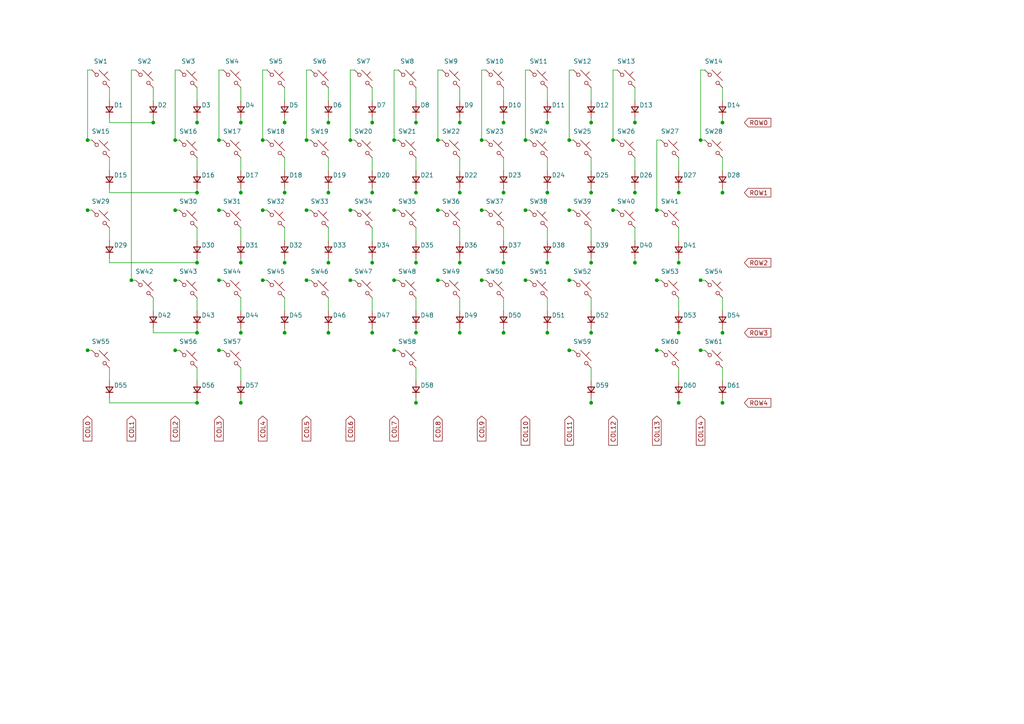
<source format=kicad_sch>
(kicad_sch (version 20230121) (generator eeschema)
  (paper "A4")
  (lib_symbols
    (symbol "Device:D_Small" (pin_numbers hide) (pin_names (offset 0.254) hide)
      (property "Reference" "D" (at -1.27 2.032 0))
      (property "Value" "D_Small" (at -3.81 -2.032 0))
      (symbol "D_Small_0_1"
        (polyline (pts (xy -0.762 -1.016) (xy -0.762 1.016)) (stroke (width 0.254)))
        (polyline (pts (xy -0.762 0) (xy 0.762 0)))
        (polyline (pts (xy 0.762 -1.016) (xy -0.762 0) (xy 0.762 1.016) (xy 0.762 -1.016)) (stroke (width 0.254)))
      )
      (symbol "D_Small_1_1"
        (pin passive line (at -2.54 0 0) (length 1.778) (name "K") (number "1"))
        (pin passive line (at 2.54 0 180) (length 1.778) (name "A") (number "2"))
      )
    )
    (symbol "Switch:SW_Push_45deg" (pin_numbers hide) (pin_names (offset 1.016) hide)
      (property "Reference" "SW" (at 3.048 1.016 0))
      (property "Value" "SW_Push_45deg" (at 0 -3.81 0))
      (symbol "SW_Push_45deg_0_1"
        (circle (center -1.1684 1.1684) (radius 0.508))
        (polyline (pts (xy -0.508 2.54) (xy 2.54 -0.508)))
        (polyline (pts (xy 1.016 1.016) (xy 2.032 2.032)))
        (polyline (pts (xy -2.54 2.54) (xy -1.524 1.524) (xy -1.524 1.524)))
        (polyline (pts (xy 1.524 -1.524) (xy 2.54 -2.54) (xy 2.54 -2.54) (xy 2.54 -2.54)))
        (circle (center 1.143 -1.1938) (radius 0.508))
        (pin passive line (at -2.54 2.54 0) (length 0) (name "1") (number "1"))
        (pin passive line (at 2.54 -2.54 180) (length 0) (name "2") (number "2"))
      )
    )
  )
  (symbol (lib_id "Switch:SW_Push_45deg") (at 29.21 22.86 0) (unit 1)
    (property "Reference" "SW1" (at 29.21 17.78 0))
    (property "Value" "SW_Push" (effects hide))
    (property "Footprint" "Switch_Keyboard_Cherry_MX:SW_Cherry_MX_PCB_1.00u" (effects hide))
  )
  (wire (pts (xy 26.67 20.32) (xy 25.4 20.32)))
  (wire (pts (xy 25.4 20.32) (xy 25.4 120.65)))
  (global_label "COL0" (shape input) (at 25.4 120.65 270) (property "Intersheetrefs" "${INTERSHEET_REFS}" (effects hide)))
  (symbol (lib_id "Device:D_Small") (at 31.75 31.75 90) (unit 1)
    (property "Reference" "D1" (at 33.02 30.48 90) (effects (justify right)))
    (property "Value" "D" (effects hide))
    (property "Footprint" "Diode_SMD:D_SOD-123F" (effects hide))
    (property "Sim.Device" "D" (effects hide))
    (property "Sim.Pins" "1=K 2=A" (effects hide))
  )
  (wire (pts (xy 31.75 25.4) (xy 31.75 29.21)))
  (wire (pts (xy 31.75 34.29) (xy 31.75 35.56)))
  (wire (pts (xy 31.75 35.56) (xy 215.9 35.56)))
  (global_label "ROW0" (shape input) (at 215.9 35.56 0) (property "Intersheetrefs" "${INTERSHEET_REFS}" (effects hide)))
  (symbol (lib_id "Switch:SW_Push_45deg") (at 41.91 22.86 0) (unit 1)
    (property "Reference" "SW2" (at 41.91 17.78 0))
    (property "Value" "SW_Push" (effects hide))
    (property "Footprint" "Switch_Keyboard_Cherry_MX:SW_Cherry_MX_PCB_1.00u" (effects hide))
  )
  (wire (pts (xy 39.37 20.32) (xy 38.1 20.32)))
  (wire (pts (xy 38.1 20.32) (xy 38.1 120.65)))
  (global_label "COL1" (shape input) (at 38.1 120.65 270) (property "Intersheetrefs" "${INTERSHEET_REFS}" (effects hide)))
  (symbol (lib_id "Device:D_Small") (at 44.45 31.75 90) (unit 1)
    (property "Reference" "D2" (at 45.72 30.48 90) (effects (justify right)))
    (property "Value" "D" (effects hide))
    (property "Footprint" "Diode_SMD:D_SOD-123F" (effects hide))
    (property "Sim.Device" "D" (effects hide))
    (property "Sim.Pins" "1=K 2=A" (effects hide))
  )
  (wire (pts (xy 44.45 25.4) (xy 44.45 29.21)))
  (wire (pts (xy 44.45 34.29) (xy 44.45 35.56)))
  (junction (at 44.45 35.56))
  (symbol (lib_id "Switch:SW_Push_45deg") (at 54.61 22.86 0) (unit 1)
    (property "Reference" "SW3" (at 54.61 17.78 0))
    (property "Value" "SW_Push" (effects hide))
    (property "Footprint" "Switch_Keyboard_Cherry_MX:SW_Cherry_MX_PCB_1.00u" (effects hide))
  )
  (wire (pts (xy 52.07 20.32) (xy 50.8 20.32)))
  (wire (pts (xy 50.8 20.32) (xy 50.8 120.65)))
  (global_label "COL2" (shape input) (at 50.8 120.65 270) (property "Intersheetrefs" "${INTERSHEET_REFS}" (effects hide)))
  (symbol (lib_id "Device:D_Small") (at 57.15 31.75 90) (unit 1)
    (property "Reference" "D3" (at 58.42 30.48 90) (effects (justify right)))
    (property "Value" "D" (effects hide))
    (property "Footprint" "Diode_SMD:D_SOD-123F" (effects hide))
    (property "Sim.Device" "D" (effects hide))
    (property "Sim.Pins" "1=K 2=A" (effects hide))
  )
  (wire (pts (xy 57.15 25.4) (xy 57.15 29.21)))
  (wire (pts (xy 57.15 34.29) (xy 57.15 35.56)))
  (junction (at 57.15 35.56))
  (symbol (lib_id "Switch:SW_Push_45deg") (at 67.31 22.86 0) (unit 1)
    (property "Reference" "SW4" (at 67.31 17.78 0))
    (property "Value" "SW_Push" (effects hide))
    (property "Footprint" "Switch_Keyboard_Cherry_MX:SW_Cherry_MX_PCB_1.00u" (effects hide))
  )
  (wire (pts (xy 64.77 20.32) (xy 63.5 20.32)))
  (wire (pts (xy 63.5 20.32) (xy 63.5 120.65)))
  (global_label "COL3" (shape input) (at 63.5 120.65 270) (property "Intersheetrefs" "${INTERSHEET_REFS}" (effects hide)))
  (symbol (lib_id "Device:D_Small") (at 69.85 31.75 90) (unit 1)
    (property "Reference" "D4" (at 71.12 30.48 90) (effects (justify right)))
    (property "Value" "D" (effects hide))
    (property "Footprint" "Diode_SMD:D_SOD-123F" (effects hide))
    (property "Sim.Device" "D" (effects hide))
    (property "Sim.Pins" "1=K 2=A" (effects hide))
  )
  (wire (pts (xy 69.85 25.4) (xy 69.85 29.21)))
  (wire (pts (xy 69.85 34.29) (xy 69.85 35.56)))
  (junction (at 69.85 35.56))
  (symbol (lib_id "Switch:SW_Push_45deg") (at 80.01 22.86 0) (unit 1)
    (property "Reference" "SW5" (at 80.01 17.78 0))
    (property "Value" "SW_Push" (effects hide))
    (property "Footprint" "Switch_Keyboard_Cherry_MX:SW_Cherry_MX_PCB_1.00u" (effects hide))
  )
  (wire (pts (xy 77.47 20.32) (xy 76.2 20.32)))
  (wire (pts (xy 76.2 20.32) (xy 76.2 120.65)))
  (global_label "COL4" (shape input) (at 76.2 120.65 270) (property "Intersheetrefs" "${INTERSHEET_REFS}" (effects hide)))
  (symbol (lib_id "Device:D_Small") (at 82.55 31.75 90) (unit 1)
    (property "Reference" "D5" (at 83.82 30.48 90) (effects (justify right)))
    (property "Value" "D" (effects hide))
    (property "Footprint" "Diode_SMD:D_SOD-123F" (effects hide))
    (property "Sim.Device" "D" (effects hide))
    (property "Sim.Pins" "1=K 2=A" (effects hide))
  )
  (wire (pts (xy 82.55 25.4) (xy 82.55 29.21)))
  (wire (pts (xy 82.55 34.29) (xy 82.55 35.56)))
  (junction (at 82.55 35.56))
  (symbol (lib_id "Switch:SW_Push_45deg") (at 92.71 22.86 0) (unit 1)
    (property "Reference" "SW6" (at 92.71 17.78 0))
    (property "Value" "SW_Push" (effects hide))
    (property "Footprint" "Switch_Keyboard_Cherry_MX:SW_Cherry_MX_PCB_1.00u" (effects hide))
  )
  (wire (pts (xy 90.17 20.32) (xy 88.9 20.32)))
  (wire (pts (xy 88.9 20.32) (xy 88.9 120.65)))
  (global_label "COL5" (shape input) (at 88.9 120.65 270) (property "Intersheetrefs" "${INTERSHEET_REFS}" (effects hide)))
  (symbol (lib_id "Device:D_Small") (at 95.25 31.75 90) (unit 1)
    (property "Reference" "D6" (at 96.52 30.48 90) (effects (justify right)))
    (property "Value" "D" (effects hide))
    (property "Footprint" "Diode_SMD:D_SOD-123F" (effects hide))
    (property "Sim.Device" "D" (effects hide))
    (property "Sim.Pins" "1=K 2=A" (effects hide))
  )
  (wire (pts (xy 95.25 25.4) (xy 95.25 29.21)))
  (wire (pts (xy 95.25 34.29) (xy 95.25 35.56)))
  (junction (at 95.25 35.56))
  (symbol (lib_id "Switch:SW_Push_45deg") (at 105.41 22.86 0) (unit 1)
    (property "Reference" "SW7" (at 105.41 17.78 0))
    (property "Value" "SW_Push" (effects hide))
    (property "Footprint" "Switch_Keyboard_Cherry_MX:SW_Cherry_MX_PCB_1.00u" (effects hide))
  )
  (wire (pts (xy 102.87 20.32) (xy 101.6 20.32)))
  (wire (pts (xy 101.6 20.32) (xy 101.6 120.65)))
  (global_label "COL6" (shape input) (at 101.6 120.65 270) (property "Intersheetrefs" "${INTERSHEET_REFS}" (effects hide)))
  (symbol (lib_id "Device:D_Small") (at 107.95 31.75 90) (unit 1)
    (property "Reference" "D7" (at 109.22 30.48 90) (effects (justify right)))
    (property "Value" "D" (effects hide))
    (property "Footprint" "Diode_SMD:D_SOD-123F" (effects hide))
    (property "Sim.Device" "D" (effects hide))
    (property "Sim.Pins" "1=K 2=A" (effects hide))
  )
  (wire (pts (xy 107.95 25.4) (xy 107.95 29.21)))
  (wire (pts (xy 107.95 34.29) (xy 107.95 35.56)))
  (junction (at 107.95 35.56))
  (symbol (lib_id "Switch:SW_Push_45deg") (at 118.11 22.86 0) (unit 1)
    (property "Reference" "SW8" (at 118.11 17.78 0))
    (property "Value" "SW_Push" (effects hide))
    (property "Footprint" "Switch_Keyboard_Cherry_MX:SW_Cherry_MX_PCB_1.00u" (effects hide))
  )
  (wire (pts (xy 115.57 20.32) (xy 114.3 20.32)))
  (wire (pts (xy 114.3 20.32) (xy 114.3 120.65)))
  (global_label "COL7" (shape input) (at 114.3 120.65 270) (property "Intersheetrefs" "${INTERSHEET_REFS}" (effects hide)))
  (symbol (lib_id "Device:D_Small") (at 120.65 31.75 90) (unit 1)
    (property "Reference" "D8" (at 121.92 30.48 90) (effects (justify right)))
    (property "Value" "D" (effects hide))
    (property "Footprint" "Diode_SMD:D_SOD-123F" (effects hide))
    (property "Sim.Device" "D" (effects hide))
    (property "Sim.Pins" "1=K 2=A" (effects hide))
  )
  (wire (pts (xy 120.65 25.4) (xy 120.65 29.21)))
  (wire (pts (xy 120.65 34.29) (xy 120.65 35.56)))
  (junction (at 120.65 35.56))
  (symbol (lib_id "Switch:SW_Push_45deg") (at 130.81 22.86 0) (unit 1)
    (property "Reference" "SW9" (at 130.81 17.78 0))
    (property "Value" "SW_Push" (effects hide))
    (property "Footprint" "Switch_Keyboard_Cherry_MX:SW_Cherry_MX_PCB_1.00u" (effects hide))
  )
  (wire (pts (xy 128.27 20.32) (xy 127.0 20.32)))
  (wire (pts (xy 127.0 20.32) (xy 127.0 120.65)))
  (global_label "COL8" (shape input) (at 127.0 120.65 270) (property "Intersheetrefs" "${INTERSHEET_REFS}" (effects hide)))
  (symbol (lib_id "Device:D_Small") (at 133.35 31.75 90) (unit 1)
    (property "Reference" "D9" (at 134.62 30.48 90) (effects (justify right)))
    (property "Value" "D" (effects hide))
    (property "Footprint" "Diode_SMD:D_SOD-123F" (effects hide))
    (property "Sim.Device" "D" (effects hide))
    (property "Sim.Pins" "1=K 2=A" (effects hide))
  )
  (wire (pts (xy 133.35 25.4) (xy 133.35 29.21)))
  (wire (pts (xy 133.35 34.29) (xy 133.35 35.56)))
  (junction (at 133.35 35.56))
  (symbol (lib_id "Switch:SW_Push_45deg") (at 143.51 22.86 0) (unit 1)
    (property "Reference" "SW10" (at 143.51 17.78 0))
    (property "Value" "SW_Push" (effects hide))
    (property "Footprint" "Switch_Keyboard_Cherry_MX:SW_Cherry_MX_PCB_1.00u" (effects hide))
  )
  (wire (pts (xy 140.97 20.32) (xy 139.7 20.32)))
  (wire (pts (xy 139.7 20.32) (xy 139.7 120.65)))
  (global_label "COL9" (shape input) (at 139.7 120.65 270) (property "Intersheetrefs" "${INTERSHEET_REFS}" (effects hide)))
  (symbol (lib_id "Device:D_Small") (at 146.05 31.75 90) (unit 1)
    (property "Reference" "D10" (at 147.32 30.48 90) (effects (justify right)))
    (property "Value" "D" (effects hide))
    (property "Footprint" "Diode_SMD:D_SOD-123F" (effects hide))
    (property "Sim.Device" "D" (effects hide))
    (property "Sim.Pins" "1=K 2=A" (effects hide))
  )
  (wire (pts (xy 146.05 25.4) (xy 146.05 29.21)))
  (wire (pts (xy 146.05 34.29) (xy 146.05 35.56)))
  (junction (at 146.05 35.56))
  (symbol (lib_id "Switch:SW_Push_45deg") (at 156.21 22.86 0) (unit 1)
    (property "Reference" "SW11" (at 156.21 17.78 0))
    (property "Value" "SW_Push" (effects hide))
    (property "Footprint" "Switch_Keyboard_Cherry_MX:SW_Cherry_MX_PCB_1.00u" (effects hide))
  )
  (wire (pts (xy 153.67 20.32) (xy 152.4 20.32)))
  (wire (pts (xy 152.4 20.32) (xy 152.4 120.65)))
  (global_label "COL10" (shape input) (at 152.4 120.65 270) (property "Intersheetrefs" "${INTERSHEET_REFS}" (effects hide)))
  (symbol (lib_id "Device:D_Small") (at 158.75 31.75 90) (unit 1)
    (property "Reference" "D11" (at 160.02 30.48 90) (effects (justify right)))
    (property "Value" "D" (effects hide))
    (property "Footprint" "Diode_SMD:D_SOD-123F" (effects hide))
    (property "Sim.Device" "D" (effects hide))
    (property "Sim.Pins" "1=K 2=A" (effects hide))
  )
  (wire (pts (xy 158.75 25.4) (xy 158.75 29.21)))
  (wire (pts (xy 158.75 34.29) (xy 158.75 35.56)))
  (junction (at 158.75 35.56))
  (symbol (lib_id "Switch:SW_Push_45deg") (at 168.91 22.86 0) (unit 1)
    (property "Reference" "SW12" (at 168.91 17.78 0))
    (property "Value" "SW_Push" (effects hide))
    (property "Footprint" "Switch_Keyboard_Cherry_MX:SW_Cherry_MX_PCB_1.00u" (effects hide))
  )
  (wire (pts (xy 166.37 20.32) (xy 165.1 20.32)))
  (wire (pts (xy 165.1 20.32) (xy 165.1 120.65)))
  (global_label "COL11" (shape input) (at 165.1 120.65 270) (property "Intersheetrefs" "${INTERSHEET_REFS}" (effects hide)))
  (symbol (lib_id "Device:D_Small") (at 171.45 31.75 90) (unit 1)
    (property "Reference" "D12" (at 172.72 30.48 90) (effects (justify right)))
    (property "Value" "D" (effects hide))
    (property "Footprint" "Diode_SMD:D_SOD-123F" (effects hide))
    (property "Sim.Device" "D" (effects hide))
    (property "Sim.Pins" "1=K 2=A" (effects hide))
  )
  (wire (pts (xy 171.45 25.4) (xy 171.45 29.21)))
  (wire (pts (xy 171.45 34.29) (xy 171.45 35.56)))
  (junction (at 171.45 35.56))
  (symbol (lib_id "Switch:SW_Push_45deg") (at 181.61 22.86 0) (unit 1)
    (property "Reference" "SW13" (at 181.61 17.78 0))
    (property "Value" "SW_Push" (effects hide))
    (property "Footprint" "Switch_Keyboard_Cherry_MX:SW_Cherry_MX_PCB_1.00u" (effects hide))
  )
  (wire (pts (xy 179.07 20.32) (xy 177.8 20.32)))
  (wire (pts (xy 177.8 20.32) (xy 177.8 120.65)))
  (global_label "COL12" (shape input) (at 177.8 120.65 270) (property "Intersheetrefs" "${INTERSHEET_REFS}" (effects hide)))
  (symbol (lib_id "Device:D_Small") (at 184.15 31.75 90) (unit 1)
    (property "Reference" "D13" (at 185.42 30.48 90) (effects (justify right)))
    (property "Value" "D" (effects hide))
    (property "Footprint" "Diode_SMD:D_SOD-123F" (effects hide))
    (property "Sim.Device" "D" (effects hide))
    (property "Sim.Pins" "1=K 2=A" (effects hide))
  )
  (wire (pts (xy 184.15 25.4) (xy 184.15 29.21)))
  (wire (pts (xy 184.15 34.29) (xy 184.15 35.56)))
  (junction (at 184.15 35.56))
  (symbol (lib_id "Switch:SW_Push_45deg") (at 207.01 22.86 0) (unit 1)
    (property "Reference" "SW14" (at 207.01 17.78 0))
    (property "Value" "SW_Push" (effects hide))
    (property "Footprint" "Switch_Keyboard_Cherry_MX:SW_Cherry_MX_PCB_1.00u" (effects hide))
  )
  (wire (pts (xy 204.47 20.32) (xy 203.2 20.32)))
  (wire (pts (xy 203.2 20.32) (xy 203.2 120.65)))
  (global_label "COL14" (shape input) (at 203.2 120.65 270) (property "Intersheetrefs" "${INTERSHEET_REFS}" (effects hide)))
  (symbol (lib_id "Device:D_Small") (at 209.55 31.75 90) (unit 1)
    (property "Reference" "D14" (at 210.82 30.48 90) (effects (justify right)))
    (property "Value" "D" (effects hide))
    (property "Footprint" "Diode_SMD:D_SOD-123F" (effects hide))
    (property "Sim.Device" "D" (effects hide))
    (property "Sim.Pins" "1=K 2=A" (effects hide))
  )
  (wire (pts (xy 209.55 25.4) (xy 209.55 29.21)))
  (wire (pts (xy 209.55 34.29) (xy 209.55 35.56)))
  (junction (at 209.55 35.56))
  (symbol (lib_id "Switch:SW_Push_45deg") (at 29.21 43.18 0) (unit 1)
    (property "Reference" "SW15" (at 29.21 38.1 0))
    (property "Value" "SW_Push" (effects hide))
    (property "Footprint" "Switch_Keyboard_Cherry_MX:SW_Cherry_MX_PCB_1.00u" (effects hide))
  )
  (wire (pts (xy 26.67 40.64) (xy 25.4 40.64)))
  (junction (at 25.4 40.64))
  (symbol (lib_id "Device:D_Small") (at 31.75 52.07 90) (unit 1)
    (property "Reference" "D15" (at 33.02 50.8 90) (effects (justify right)))
    (property "Value" "D" (effects hide))
    (property "Footprint" "Diode_SMD:D_SOD-123F" (effects hide))
    (property "Sim.Device" "D" (effects hide))
    (property "Sim.Pins" "1=K 2=A" (effects hide))
  )
  (wire (pts (xy 31.75 45.72) (xy 31.75 49.53)))
  (wire (pts (xy 31.75 54.61) (xy 31.75 55.88)))
  (wire (pts (xy 31.75 55.88) (xy 215.9 55.88)))
  (global_label "ROW1" (shape input) (at 215.9 55.88 0) (property "Intersheetrefs" "${INTERSHEET_REFS}" (effects hide)))
  (symbol (lib_id "Switch:SW_Push_45deg") (at 54.61 43.18 0) (unit 1)
    (property "Reference" "SW16" (at 54.61 38.1 0))
    (property "Value" "SW_Push" (effects hide))
    (property "Footprint" "Switch_Keyboard_Cherry_MX:SW_Cherry_MX_PCB_1.00u" (effects hide))
  )
  (wire (pts (xy 52.07 40.64) (xy 50.8 40.64)))
  (junction (at 50.8 40.64))
  (symbol (lib_id "Device:D_Small") (at 57.15 52.07 90) (unit 1)
    (property "Reference" "D16" (at 58.42 50.8 90) (effects (justify right)))
    (property "Value" "D" (effects hide))
    (property "Footprint" "Diode_SMD:D_SOD-123F" (effects hide))
    (property "Sim.Device" "D" (effects hide))
    (property "Sim.Pins" "1=K 2=A" (effects hide))
  )
  (wire (pts (xy 57.15 45.72) (xy 57.15 49.53)))
  (wire (pts (xy 57.15 54.61) (xy 57.15 55.88)))
  (junction (at 57.15 55.88))
  (symbol (lib_id "Switch:SW_Push_45deg") (at 67.31 43.18 0) (unit 1)
    (property "Reference" "SW17" (at 67.31 38.1 0))
    (property "Value" "SW_Push" (effects hide))
    (property "Footprint" "Switch_Keyboard_Cherry_MX:SW_Cherry_MX_PCB_1.00u" (effects hide))
  )
  (wire (pts (xy 64.77 40.64) (xy 63.5 40.64)))
  (junction (at 63.5 40.64))
  (symbol (lib_id "Device:D_Small") (at 69.85 52.07 90) (unit 1)
    (property "Reference" "D17" (at 71.12 50.8 90) (effects (justify right)))
    (property "Value" "D" (effects hide))
    (property "Footprint" "Diode_SMD:D_SOD-123F" (effects hide))
    (property "Sim.Device" "D" (effects hide))
    (property "Sim.Pins" "1=K 2=A" (effects hide))
  )
  (wire (pts (xy 69.85 45.72) (xy 69.85 49.53)))
  (wire (pts (xy 69.85 54.61) (xy 69.85 55.88)))
  (junction (at 69.85 55.88))
  (symbol (lib_id "Switch:SW_Push_45deg") (at 80.01 43.18 0) (unit 1)
    (property "Reference" "SW18" (at 80.01 38.1 0))
    (property "Value" "SW_Push" (effects hide))
    (property "Footprint" "Switch_Keyboard_Cherry_MX:SW_Cherry_MX_PCB_1.00u" (effects hide))
  )
  (wire (pts (xy 77.47 40.64) (xy 76.2 40.64)))
  (junction (at 76.2 40.64))
  (symbol (lib_id "Device:D_Small") (at 82.55 52.07 90) (unit 1)
    (property "Reference" "D18" (at 83.82 50.8 90) (effects (justify right)))
    (property "Value" "D" (effects hide))
    (property "Footprint" "Diode_SMD:D_SOD-123F" (effects hide))
    (property "Sim.Device" "D" (effects hide))
    (property "Sim.Pins" "1=K 2=A" (effects hide))
  )
  (wire (pts (xy 82.55 45.72) (xy 82.55 49.53)))
  (wire (pts (xy 82.55 54.61) (xy 82.55 55.88)))
  (junction (at 82.55 55.88))
  (symbol (lib_id "Switch:SW_Push_45deg") (at 92.71 43.18 0) (unit 1)
    (property "Reference" "SW19" (at 92.71 38.1 0))
    (property "Value" "SW_Push" (effects hide))
    (property "Footprint" "Switch_Keyboard_Cherry_MX:SW_Cherry_MX_PCB_1.00u" (effects hide))
  )
  (wire (pts (xy 90.17 40.64) (xy 88.9 40.64)))
  (junction (at 88.9 40.64))
  (symbol (lib_id "Device:D_Small") (at 95.25 52.07 90) (unit 1)
    (property "Reference" "D19" (at 96.52 50.8 90) (effects (justify right)))
    (property "Value" "D" (effects hide))
    (property "Footprint" "Diode_SMD:D_SOD-123F" (effects hide))
    (property "Sim.Device" "D" (effects hide))
    (property "Sim.Pins" "1=K 2=A" (effects hide))
  )
  (wire (pts (xy 95.25 45.72) (xy 95.25 49.53)))
  (wire (pts (xy 95.25 54.61) (xy 95.25 55.88)))
  (junction (at 95.25 55.88))
  (symbol (lib_id "Switch:SW_Push_45deg") (at 105.41 43.18 0) (unit 1)
    (property "Reference" "SW20" (at 105.41 38.1 0))
    (property "Value" "SW_Push" (effects hide))
    (property "Footprint" "Switch_Keyboard_Cherry_MX:SW_Cherry_MX_PCB_1.00u" (effects hide))
  )
  (wire (pts (xy 102.87 40.64) (xy 101.6 40.64)))
  (junction (at 101.6 40.64))
  (symbol (lib_id "Device:D_Small") (at 107.95 52.07 90) (unit 1)
    (property "Reference" "D20" (at 109.22 50.8 90) (effects (justify right)))
    (property "Value" "D" (effects hide))
    (property "Footprint" "Diode_SMD:D_SOD-123F" (effects hide))
    (property "Sim.Device" "D" (effects hide))
    (property "Sim.Pins" "1=K 2=A" (effects hide))
  )
  (wire (pts (xy 107.95 45.72) (xy 107.95 49.53)))
  (wire (pts (xy 107.95 54.61) (xy 107.95 55.88)))
  (junction (at 107.95 55.88))
  (symbol (lib_id "Switch:SW_Push_45deg") (at 118.11 43.18 0) (unit 1)
    (property "Reference" "SW21" (at 118.11 38.1 0))
    (property "Value" "SW_Push" (effects hide))
    (property "Footprint" "Switch_Keyboard_Cherry_MX:SW_Cherry_MX_PCB_1.00u" (effects hide))
  )
  (wire (pts (xy 115.57 40.64) (xy 114.3 40.64)))
  (junction (at 114.3 40.64))
  (symbol (lib_id "Device:D_Small") (at 120.65 52.07 90) (unit 1)
    (property "Reference" "D21" (at 121.92 50.8 90) (effects (justify right)))
    (property "Value" "D" (effects hide))
    (property "Footprint" "Diode_SMD:D_SOD-123F" (effects hide))
    (property "Sim.Device" "D" (effects hide))
    (property "Sim.Pins" "1=K 2=A" (effects hide))
  )
  (wire (pts (xy 120.65 45.72) (xy 120.65 49.53)))
  (wire (pts (xy 120.65 54.61) (xy 120.65 55.88)))
  (junction (at 120.65 55.88))
  (symbol (lib_id "Switch:SW_Push_45deg") (at 130.81 43.18 0) (unit 1)
    (property "Reference" "SW22" (at 130.81 38.1 0))
    (property "Value" "SW_Push" (effects hide))
    (property "Footprint" "Switch_Keyboard_Cherry_MX:SW_Cherry_MX_PCB_1.00u" (effects hide))
  )
  (wire (pts (xy 128.27 40.64) (xy 127.0 40.64)))
  (junction (at 127.0 40.64))
  (symbol (lib_id "Device:D_Small") (at 133.35 52.07 90) (unit 1)
    (property "Reference" "D22" (at 134.62 50.8 90) (effects (justify right)))
    (property "Value" "D" (effects hide))
    (property "Footprint" "Diode_SMD:D_SOD-123F" (effects hide))
    (property "Sim.Device" "D" (effects hide))
    (property "Sim.Pins" "1=K 2=A" (effects hide))
  )
  (wire (pts (xy 133.35 45.72) (xy 133.35 49.53)))
  (wire (pts (xy 133.35 54.61) (xy 133.35 55.88)))
  (junction (at 133.35 55.88))
  (symbol (lib_id "Switch:SW_Push_45deg") (at 143.51 43.18 0) (unit 1)
    (property "Reference" "SW23" (at 143.51 38.1 0))
    (property "Value" "SW_Push" (effects hide))
    (property "Footprint" "Switch_Keyboard_Cherry_MX:SW_Cherry_MX_PCB_1.00u" (effects hide))
  )
  (wire (pts (xy 140.97 40.64) (xy 139.7 40.64)))
  (junction (at 139.7 40.64))
  (symbol (lib_id "Device:D_Small") (at 146.05 52.07 90) (unit 1)
    (property "Reference" "D23" (at 147.32 50.8 90) (effects (justify right)))
    (property "Value" "D" (effects hide))
    (property "Footprint" "Diode_SMD:D_SOD-123F" (effects hide))
    (property "Sim.Device" "D" (effects hide))
    (property "Sim.Pins" "1=K 2=A" (effects hide))
  )
  (wire (pts (xy 146.05 45.72) (xy 146.05 49.53)))
  (wire (pts (xy 146.05 54.61) (xy 146.05 55.88)))
  (junction (at 146.05 55.88))
  (symbol (lib_id "Switch:SW_Push_45deg") (at 156.21 43.18 0) (unit 1)
    (property "Reference" "SW24" (at 156.21 38.1 0))
    (property "Value" "SW_Push" (effects hide))
    (property "Footprint" "Switch_Keyboard_Cherry_MX:SW_Cherry_MX_PCB_1.00u" (effects hide))
  )
  (wire (pts (xy 153.67 40.64) (xy 152.4 40.64)))
  (junction (at 152.4 40.64))
  (symbol (lib_id "Device:D_Small") (at 158.75 52.07 90) (unit 1)
    (property "Reference" "D24" (at 160.02 50.8 90) (effects (justify right)))
    (property "Value" "D" (effects hide))
    (property "Footprint" "Diode_SMD:D_SOD-123F" (effects hide))
    (property "Sim.Device" "D" (effects hide))
    (property "Sim.Pins" "1=K 2=A" (effects hide))
  )
  (wire (pts (xy 158.75 45.72) (xy 158.75 49.53)))
  (wire (pts (xy 158.75 54.61) (xy 158.75 55.88)))
  (junction (at 158.75 55.88))
  (symbol (lib_id "Switch:SW_Push_45deg") (at 168.91 43.18 0) (unit 1)
    (property "Reference" "SW25" (at 168.91 38.1 0))
    (property "Value" "SW_Push" (effects hide))
    (property "Footprint" "Switch_Keyboard_Cherry_MX:SW_Cherry_MX_PCB_1.00u" (effects hide))
  )
  (wire (pts (xy 166.37 40.64) (xy 165.1 40.64)))
  (junction (at 165.1 40.64))
  (symbol (lib_id "Device:D_Small") (at 171.45 52.07 90) (unit 1)
    (property "Reference" "D25" (at 172.72 50.8 90) (effects (justify right)))
    (property "Value" "D" (effects hide))
    (property "Footprint" "Diode_SMD:D_SOD-123F" (effects hide))
    (property "Sim.Device" "D" (effects hide))
    (property "Sim.Pins" "1=K 2=A" (effects hide))
  )
  (wire (pts (xy 171.45 45.72) (xy 171.45 49.53)))
  (wire (pts (xy 171.45 54.61) (xy 171.45 55.88)))
  (junction (at 171.45 55.88))
  (symbol (lib_id "Switch:SW_Push_45deg") (at 181.61 43.18 0) (unit 1)
    (property "Reference" "SW26" (at 181.61 38.1 0))
    (property "Value" "SW_Push" (effects hide))
    (property "Footprint" "Switch_Keyboard_Cherry_MX:SW_Cherry_MX_PCB_1.00u" (effects hide))
  )
  (wire (pts (xy 179.07 40.64) (xy 177.8 40.64)))
  (junction (at 177.8 40.64))
  (symbol (lib_id "Device:D_Small") (at 184.15 52.07 90) (unit 1)
    (property "Reference" "D26" (at 185.42 50.8 90) (effects (justify right)))
    (property "Value" "D" (effects hide))
    (property "Footprint" "Diode_SMD:D_SOD-123F" (effects hide))
    (property "Sim.Device" "D" (effects hide))
    (property "Sim.Pins" "1=K 2=A" (effects hide))
  )
  (wire (pts (xy 184.15 45.72) (xy 184.15 49.53)))
  (wire (pts (xy 184.15 54.61) (xy 184.15 55.88)))
  (junction (at 184.15 55.88))
  (symbol (lib_id "Switch:SW_Push_45deg") (at 194.31 43.18 0) (unit 1)
    (property "Reference" "SW27" (at 194.31 38.1 0))
    (property "Value" "SW_Push" (effects hide))
    (property "Footprint" "Switch_Keyboard_Cherry_MX:SW_Cherry_MX_PCB_1.00u" (effects hide))
  )
  (wire (pts (xy 191.77 40.64) (xy 190.5 40.64)))
  (wire (pts (xy 190.5 40.64) (xy 190.5 120.65)))
  (global_label "COL13" (shape input) (at 190.5 120.65 270) (property "Intersheetrefs" "${INTERSHEET_REFS}" (effects hide)))
  (symbol (lib_id "Device:D_Small") (at 196.85 52.07 90) (unit 1)
    (property "Reference" "D27" (at 198.12 50.8 90) (effects (justify right)))
    (property "Value" "D" (effects hide))
    (property "Footprint" "Diode_SMD:D_SOD-123F" (effects hide))
    (property "Sim.Device" "D" (effects hide))
    (property "Sim.Pins" "1=K 2=A" (effects hide))
  )
  (wire (pts (xy 196.85 45.72) (xy 196.85 49.53)))
  (wire (pts (xy 196.85 54.61) (xy 196.85 55.88)))
  (junction (at 196.85 55.88))
  (symbol (lib_id "Switch:SW_Push_45deg") (at 207.01 43.18 0) (unit 1)
    (property "Reference" "SW28" (at 207.01 38.1 0))
    (property "Value" "SW_Push" (effects hide))
    (property "Footprint" "Switch_Keyboard_Cherry_MX:SW_Cherry_MX_PCB_1.00u" (effects hide))
  )
  (wire (pts (xy 204.47 40.64) (xy 203.2 40.64)))
  (junction (at 203.2 40.64))
  (symbol (lib_id "Device:D_Small") (at 209.55 52.07 90) (unit 1)
    (property "Reference" "D28" (at 210.82 50.8 90) (effects (justify right)))
    (property "Value" "D" (effects hide))
    (property "Footprint" "Diode_SMD:D_SOD-123F" (effects hide))
    (property "Sim.Device" "D" (effects hide))
    (property "Sim.Pins" "1=K 2=A" (effects hide))
  )
  (wire (pts (xy 209.55 45.72) (xy 209.55 49.53)))
  (wire (pts (xy 209.55 54.61) (xy 209.55 55.88)))
  (junction (at 209.55 55.88))
  (symbol (lib_id "Switch:SW_Push_45deg") (at 29.21 63.5 0) (unit 1)
    (property "Reference" "SW29" (at 29.21 58.42 0))
    (property "Value" "SW_Push" (effects hide))
    (property "Footprint" "Switch_Keyboard_Cherry_MX:SW_Cherry_MX_PCB_1.00u" (effects hide))
  )
  (wire (pts (xy 26.67 60.96) (xy 25.4 60.96)))
  (junction (at 25.4 60.96))
  (symbol (lib_id "Device:D_Small") (at 31.75 72.39 90) (unit 1)
    (property "Reference" "D29" (at 33.02 71.12 90) (effects (justify right)))
    (property "Value" "D" (effects hide))
    (property "Footprint" "Diode_SMD:D_SOD-123F" (effects hide))
    (property "Sim.Device" "D" (effects hide))
    (property "Sim.Pins" "1=K 2=A" (effects hide))
  )
  (wire (pts (xy 31.75 66.04) (xy 31.75 69.85)))
  (wire (pts (xy 31.75 74.93) (xy 31.75 76.2)))
  (wire (pts (xy 31.75 76.2) (xy 215.9 76.2)))
  (global_label "ROW2" (shape input) (at 215.9 76.2 0) (property "Intersheetrefs" "${INTERSHEET_REFS}" (effects hide)))
  (symbol (lib_id "Switch:SW_Push_45deg") (at 54.61 63.5 0) (unit 1)
    (property "Reference" "SW30" (at 54.61 58.42 0))
    (property "Value" "SW_Push" (effects hide))
    (property "Footprint" "Switch_Keyboard_Cherry_MX:SW_Cherry_MX_PCB_1.00u" (effects hide))
  )
  (wire (pts (xy 52.07 60.96) (xy 50.8 60.96)))
  (junction (at 50.8 60.96))
  (symbol (lib_id "Device:D_Small") (at 57.15 72.39 90) (unit 1)
    (property "Reference" "D30" (at 58.42 71.12 90) (effects (justify right)))
    (property "Value" "D" (effects hide))
    (property "Footprint" "Diode_SMD:D_SOD-123F" (effects hide))
    (property "Sim.Device" "D" (effects hide))
    (property "Sim.Pins" "1=K 2=A" (effects hide))
  )
  (wire (pts (xy 57.15 66.04) (xy 57.15 69.85)))
  (wire (pts (xy 57.15 74.93) (xy 57.15 76.2)))
  (junction (at 57.15 76.2))
  (symbol (lib_id "Switch:SW_Push_45deg") (at 67.31 63.5 0) (unit 1)
    (property "Reference" "SW31" (at 67.31 58.42 0))
    (property "Value" "SW_Push" (effects hide))
    (property "Footprint" "Switch_Keyboard_Cherry_MX:SW_Cherry_MX_PCB_1.00u" (effects hide))
  )
  (wire (pts (xy 64.77 60.96) (xy 63.5 60.96)))
  (junction (at 63.5 60.96))
  (symbol (lib_id "Device:D_Small") (at 69.85 72.39 90) (unit 1)
    (property "Reference" "D31" (at 71.12 71.12 90) (effects (justify right)))
    (property "Value" "D" (effects hide))
    (property "Footprint" "Diode_SMD:D_SOD-123F" (effects hide))
    (property "Sim.Device" "D" (effects hide))
    (property "Sim.Pins" "1=K 2=A" (effects hide))
  )
  (wire (pts (xy 69.85 66.04) (xy 69.85 69.85)))
  (wire (pts (xy 69.85 74.93) (xy 69.85 76.2)))
  (junction (at 69.85 76.2))
  (symbol (lib_id "Switch:SW_Push_45deg") (at 80.01 63.5 0) (unit 1)
    (property "Reference" "SW32" (at 80.01 58.42 0))
    (property "Value" "SW_Push" (effects hide))
    (property "Footprint" "Switch_Keyboard_Cherry_MX:SW_Cherry_MX_PCB_1.00u" (effects hide))
  )
  (wire (pts (xy 77.47 60.96) (xy 76.2 60.96)))
  (junction (at 76.2 60.96))
  (symbol (lib_id "Device:D_Small") (at 82.55 72.39 90) (unit 1)
    (property "Reference" "D32" (at 83.82 71.12 90) (effects (justify right)))
    (property "Value" "D" (effects hide))
    (property "Footprint" "Diode_SMD:D_SOD-123F" (effects hide))
    (property "Sim.Device" "D" (effects hide))
    (property "Sim.Pins" "1=K 2=A" (effects hide))
  )
  (wire (pts (xy 82.55 66.04) (xy 82.55 69.85)))
  (wire (pts (xy 82.55 74.93) (xy 82.55 76.2)))
  (junction (at 82.55 76.2))
  (symbol (lib_id "Switch:SW_Push_45deg") (at 92.71 63.5 0) (unit 1)
    (property "Reference" "SW33" (at 92.71 58.42 0))
    (property "Value" "SW_Push" (effects hide))
    (property "Footprint" "Switch_Keyboard_Cherry_MX:SW_Cherry_MX_PCB_1.00u" (effects hide))
  )
  (wire (pts (xy 90.17 60.96) (xy 88.9 60.96)))
  (junction (at 88.9 60.96))
  (symbol (lib_id "Device:D_Small") (at 95.25 72.39 90) (unit 1)
    (property "Reference" "D33" (at 96.52 71.12 90) (effects (justify right)))
    (property "Value" "D" (effects hide))
    (property "Footprint" "Diode_SMD:D_SOD-123F" (effects hide))
    (property "Sim.Device" "D" (effects hide))
    (property "Sim.Pins" "1=K 2=A" (effects hide))
  )
  (wire (pts (xy 95.25 66.04) (xy 95.25 69.85)))
  (wire (pts (xy 95.25 74.93) (xy 95.25 76.2)))
  (junction (at 95.25 76.2))
  (symbol (lib_id "Switch:SW_Push_45deg") (at 105.41 63.5 0) (unit 1)
    (property "Reference" "SW34" (at 105.41 58.42 0))
    (property "Value" "SW_Push" (effects hide))
    (property "Footprint" "Switch_Keyboard_Cherry_MX:SW_Cherry_MX_PCB_1.00u" (effects hide))
  )
  (wire (pts (xy 102.87 60.96) (xy 101.6 60.96)))
  (junction (at 101.6 60.96))
  (symbol (lib_id "Device:D_Small") (at 107.95 72.39 90) (unit 1)
    (property "Reference" "D34" (at 109.22 71.12 90) (effects (justify right)))
    (property "Value" "D" (effects hide))
    (property "Footprint" "Diode_SMD:D_SOD-123F" (effects hide))
    (property "Sim.Device" "D" (effects hide))
    (property "Sim.Pins" "1=K 2=A" (effects hide))
  )
  (wire (pts (xy 107.95 66.04) (xy 107.95 69.85)))
  (wire (pts (xy 107.95 74.93) (xy 107.95 76.2)))
  (junction (at 107.95 76.2))
  (symbol (lib_id "Switch:SW_Push_45deg") (at 118.11 63.5 0) (unit 1)
    (property "Reference" "SW35" (at 118.11 58.42 0))
    (property "Value" "SW_Push" (effects hide))
    (property "Footprint" "Switch_Keyboard_Cherry_MX:SW_Cherry_MX_PCB_1.00u" (effects hide))
  )
  (wire (pts (xy 115.57 60.96) (xy 114.3 60.96)))
  (junction (at 114.3 60.96))
  (symbol (lib_id "Device:D_Small") (at 120.65 72.39 90) (unit 1)
    (property "Reference" "D35" (at 121.92 71.12 90) (effects (justify right)))
    (property "Value" "D" (effects hide))
    (property "Footprint" "Diode_SMD:D_SOD-123F" (effects hide))
    (property "Sim.Device" "D" (effects hide))
    (property "Sim.Pins" "1=K 2=A" (effects hide))
  )
  (wire (pts (xy 120.65 66.04) (xy 120.65 69.85)))
  (wire (pts (xy 120.65 74.93) (xy 120.65 76.2)))
  (junction (at 120.65 76.2))
  (symbol (lib_id "Switch:SW_Push_45deg") (at 130.81 63.5 0) (unit 1)
    (property "Reference" "SW36" (at 130.81 58.42 0))
    (property "Value" "SW_Push" (effects hide))
    (property "Footprint" "Switch_Keyboard_Cherry_MX:SW_Cherry_MX_PCB_1.00u" (effects hide))
  )
  (wire (pts (xy 128.27 60.96) (xy 127.0 60.96)))
  (junction (at 127.0 60.96))
  (symbol (lib_id "Device:D_Small") (at 133.35 72.39 90) (unit 1)
    (property "Reference" "D36" (at 134.62 71.12 90) (effects (justify right)))
    (property "Value" "D" (effects hide))
    (property "Footprint" "Diode_SMD:D_SOD-123F" (effects hide))
    (property "Sim.Device" "D" (effects hide))
    (property "Sim.Pins" "1=K 2=A" (effects hide))
  )
  (wire (pts (xy 133.35 66.04) (xy 133.35 69.85)))
  (wire (pts (xy 133.35 74.93) (xy 133.35 76.2)))
  (junction (at 133.35 76.2))
  (symbol (lib_id "Switch:SW_Push_45deg") (at 143.51 63.5 0) (unit 1)
    (property "Reference" "SW37" (at 143.51 58.42 0))
    (property "Value" "SW_Push" (effects hide))
    (property "Footprint" "Switch_Keyboard_Cherry_MX:SW_Cherry_MX_PCB_1.00u" (effects hide))
  )
  (wire (pts (xy 140.97 60.96) (xy 139.7 60.96)))
  (junction (at 139.7 60.96))
  (symbol (lib_id "Device:D_Small") (at 146.05 72.39 90) (unit 1)
    (property "Reference" "D37" (at 147.32 71.12 90) (effects (justify right)))
    (property "Value" "D" (effects hide))
    (property "Footprint" "Diode_SMD:D_SOD-123F" (effects hide))
    (property "Sim.Device" "D" (effects hide))
    (property "Sim.Pins" "1=K 2=A" (effects hide))
  )
  (wire (pts (xy 146.05 66.04) (xy 146.05 69.85)))
  (wire (pts (xy 146.05 74.93) (xy 146.05 76.2)))
  (junction (at 146.05 76.2))
  (symbol (lib_id "Switch:SW_Push_45deg") (at 156.21 63.5 0) (unit 1)
    (property "Reference" "SW38" (at 156.21 58.42 0))
    (property "Value" "SW_Push" (effects hide))
    (property "Footprint" "Switch_Keyboard_Cherry_MX:SW_Cherry_MX_PCB_1.00u" (effects hide))
  )
  (wire (pts (xy 153.67 60.96) (xy 152.4 60.96)))
  (junction (at 152.4 60.96))
  (symbol (lib_id "Device:D_Small") (at 158.75 72.39 90) (unit 1)
    (property "Reference" "D38" (at 160.02 71.12 90) (effects (justify right)))
    (property "Value" "D" (effects hide))
    (property "Footprint" "Diode_SMD:D_SOD-123F" (effects hide))
    (property "Sim.Device" "D" (effects hide))
    (property "Sim.Pins" "1=K 2=A" (effects hide))
  )
  (wire (pts (xy 158.75 66.04) (xy 158.75 69.85)))
  (wire (pts (xy 158.75 74.93) (xy 158.75 76.2)))
  (junction (at 158.75 76.2))
  (symbol (lib_id "Switch:SW_Push_45deg") (at 168.91 63.5 0) (unit 1)
    (property "Reference" "SW39" (at 168.91 58.42 0))
    (property "Value" "SW_Push" (effects hide))
    (property "Footprint" "Switch_Keyboard_Cherry_MX:SW_Cherry_MX_PCB_1.00u" (effects hide))
  )
  (wire (pts (xy 166.37 60.96) (xy 165.1 60.96)))
  (junction (at 165.1 60.96))
  (symbol (lib_id "Device:D_Small") (at 171.45 72.39 90) (unit 1)
    (property "Reference" "D39" (at 172.72 71.12 90) (effects (justify right)))
    (property "Value" "D" (effects hide))
    (property "Footprint" "Diode_SMD:D_SOD-123F" (effects hide))
    (property "Sim.Device" "D" (effects hide))
    (property "Sim.Pins" "1=K 2=A" (effects hide))
  )
  (wire (pts (xy 171.45 66.04) (xy 171.45 69.85)))
  (wire (pts (xy 171.45 74.93) (xy 171.45 76.2)))
  (junction (at 171.45 76.2))
  (symbol (lib_id "Switch:SW_Push_45deg") (at 181.61 63.5 0) (unit 1)
    (property "Reference" "SW40" (at 181.61 58.42 0))
    (property "Value" "SW_Push" (effects hide))
    (property "Footprint" "Switch_Keyboard_Cherry_MX:SW_Cherry_MX_PCB_1.00u" (effects hide))
  )
  (wire (pts (xy 179.07 60.96) (xy 177.8 60.96)))
  (junction (at 177.8 60.96))
  (symbol (lib_id "Device:D_Small") (at 184.15 72.39 90) (unit 1)
    (property "Reference" "D40" (at 185.42 71.12 90) (effects (justify right)))
    (property "Value" "D" (effects hide))
    (property "Footprint" "Diode_SMD:D_SOD-123F" (effects hide))
    (property "Sim.Device" "D" (effects hide))
    (property "Sim.Pins" "1=K 2=A" (effects hide))
  )
  (wire (pts (xy 184.15 66.04) (xy 184.15 69.85)))
  (wire (pts (xy 184.15 74.93) (xy 184.15 76.2)))
  (junction (at 184.15 76.2))
  (symbol (lib_id "Switch:SW_Push_45deg") (at 194.31 63.5 0) (unit 1)
    (property "Reference" "SW41" (at 194.31 58.42 0))
    (property "Value" "SW_Push" (effects hide))
    (property "Footprint" "Switch_Keyboard_Cherry_MX:SW_Cherry_MX_PCB_1.00u" (effects hide))
  )
  (wire (pts (xy 191.77 60.96) (xy 190.5 60.96)))
  (junction (at 190.5 60.96))
  (symbol (lib_id "Device:D_Small") (at 196.85 72.39 90) (unit 1)
    (property "Reference" "D41" (at 198.12 71.12 90) (effects (justify right)))
    (property "Value" "D" (effects hide))
    (property "Footprint" "Diode_SMD:D_SOD-123F" (effects hide))
    (property "Sim.Device" "D" (effects hide))
    (property "Sim.Pins" "1=K 2=A" (effects hide))
  )
  (wire (pts (xy 196.85 66.04) (xy 196.85 69.85)))
  (wire (pts (xy 196.85 74.93) (xy 196.85 76.2)))
  (junction (at 196.85 76.2))
  (symbol (lib_id "Switch:SW_Push_45deg") (at 41.91 83.82 0) (unit 1)
    (property "Reference" "SW42" (at 41.91 78.74 0))
    (property "Value" "SW_Push" (effects hide))
    (property "Footprint" "Switch_Keyboard_Cherry_MX:SW_Cherry_MX_PCB_1.00u" (effects hide))
  )
  (wire (pts (xy 39.37 81.28) (xy 38.1 81.28)))
  (junction (at 38.1 81.28))
  (symbol (lib_id "Device:D_Small") (at 44.45 92.71 90) (unit 1)
    (property "Reference" "D42" (at 45.72 91.44 90) (effects (justify right)))
    (property "Value" "D" (effects hide))
    (property "Footprint" "Diode_SMD:D_SOD-123F" (effects hide))
    (property "Sim.Device" "D" (effects hide))
    (property "Sim.Pins" "1=K 2=A" (effects hide))
  )
  (wire (pts (xy 44.45 86.36) (xy 44.45 90.17)))
  (wire (pts (xy 44.45 95.25) (xy 44.45 96.52)))
  (wire (pts (xy 44.45 96.52) (xy 215.9 96.52)))
  (global_label "ROW3" (shape input) (at 215.9 96.52 0) (property "Intersheetrefs" "${INTERSHEET_REFS}" (effects hide)))
  (symbol (lib_id "Switch:SW_Push_45deg") (at 54.61 83.82 0) (unit 1)
    (property "Reference" "SW43" (at 54.61 78.74 0))
    (property "Value" "SW_Push" (effects hide))
    (property "Footprint" "Switch_Keyboard_Cherry_MX:SW_Cherry_MX_PCB_1.00u" (effects hide))
  )
  (wire (pts (xy 52.07 81.28) (xy 50.8 81.28)))
  (junction (at 50.8 81.28))
  (symbol (lib_id "Device:D_Small") (at 57.15 92.71 90) (unit 1)
    (property "Reference" "D43" (at 58.42 91.44 90) (effects (justify right)))
    (property "Value" "D" (effects hide))
    (property "Footprint" "Diode_SMD:D_SOD-123F" (effects hide))
    (property "Sim.Device" "D" (effects hide))
    (property "Sim.Pins" "1=K 2=A" (effects hide))
  )
  (wire (pts (xy 57.15 86.36) (xy 57.15 90.17)))
  (wire (pts (xy 57.15 95.25) (xy 57.15 96.52)))
  (junction (at 57.15 96.52))
  (symbol (lib_id "Switch:SW_Push_45deg") (at 67.31 83.82 0) (unit 1)
    (property "Reference" "SW44" (at 67.31 78.74 0))
    (property "Value" "SW_Push" (effects hide))
    (property "Footprint" "Switch_Keyboard_Cherry_MX:SW_Cherry_MX_PCB_1.00u" (effects hide))
  )
  (wire (pts (xy 64.77 81.28) (xy 63.5 81.28)))
  (junction (at 63.5 81.28))
  (symbol (lib_id "Device:D_Small") (at 69.85 92.71 90) (unit 1)
    (property "Reference" "D44" (at 71.12 91.44 90) (effects (justify right)))
    (property "Value" "D" (effects hide))
    (property "Footprint" "Diode_SMD:D_SOD-123F" (effects hide))
    (property "Sim.Device" "D" (effects hide))
    (property "Sim.Pins" "1=K 2=A" (effects hide))
  )
  (wire (pts (xy 69.85 86.36) (xy 69.85 90.17)))
  (wire (pts (xy 69.85 95.25) (xy 69.85 96.52)))
  (junction (at 69.85 96.52))
  (symbol (lib_id "Switch:SW_Push_45deg") (at 80.01 83.82 0) (unit 1)
    (property "Reference" "SW45" (at 80.01 78.74 0))
    (property "Value" "SW_Push" (effects hide))
    (property "Footprint" "Switch_Keyboard_Cherry_MX:SW_Cherry_MX_PCB_1.00u" (effects hide))
  )
  (wire (pts (xy 77.47 81.28) (xy 76.2 81.28)))
  (junction (at 76.2 81.28))
  (symbol (lib_id "Device:D_Small") (at 82.55 92.71 90) (unit 1)
    (property "Reference" "D45" (at 83.82 91.44 90) (effects (justify right)))
    (property "Value" "D" (effects hide))
    (property "Footprint" "Diode_SMD:D_SOD-123F" (effects hide))
    (property "Sim.Device" "D" (effects hide))
    (property "Sim.Pins" "1=K 2=A" (effects hide))
  )
  (wire (pts (xy 82.55 86.36) (xy 82.55 90.17)))
  (wire (pts (xy 82.55 95.25) (xy 82.55 96.52)))
  (junction (at 82.55 96.52))
  (symbol (lib_id "Switch:SW_Push_45deg") (at 92.71 83.82 0) (unit 1)
    (property "Reference" "SW46" (at 92.71 78.74 0))
    (property "Value" "SW_Push" (effects hide))
    (property "Footprint" "Switch_Keyboard_Cherry_MX:SW_Cherry_MX_PCB_1.00u" (effects hide))
  )
  (wire (pts (xy 90.17 81.28) (xy 88.9 81.28)))
  (junction (at 88.9 81.28))
  (symbol (lib_id "Device:D_Small") (at 95.25 92.71 90) (unit 1)
    (property "Reference" "D46" (at 96.52 91.44 90) (effects (justify right)))
    (property "Value" "D" (effects hide))
    (property "Footprint" "Diode_SMD:D_SOD-123F" (effects hide))
    (property "Sim.Device" "D" (effects hide))
    (property "Sim.Pins" "1=K 2=A" (effects hide))
  )
  (wire (pts (xy 95.25 86.36) (xy 95.25 90.17)))
  (wire (pts (xy 95.25 95.25) (xy 95.25 96.52)))
  (junction (at 95.25 96.52))
  (symbol (lib_id "Switch:SW_Push_45deg") (at 105.41 83.82 0) (unit 1)
    (property "Reference" "SW47" (at 105.41 78.74 0))
    (property "Value" "SW_Push" (effects hide))
    (property "Footprint" "Switch_Keyboard_Cherry_MX:SW_Cherry_MX_PCB_1.00u" (effects hide))
  )
  (wire (pts (xy 102.87 81.28) (xy 101.6 81.28)))
  (junction (at 101.6 81.28))
  (symbol (lib_id "Device:D_Small") (at 107.95 92.71 90) (unit 1)
    (property "Reference" "D47" (at 109.22 91.44 90) (effects (justify right)))
    (property "Value" "D" (effects hide))
    (property "Footprint" "Diode_SMD:D_SOD-123F" (effects hide))
    (property "Sim.Device" "D" (effects hide))
    (property "Sim.Pins" "1=K 2=A" (effects hide))
  )
  (wire (pts (xy 107.95 86.36) (xy 107.95 90.17)))
  (wire (pts (xy 107.95 95.25) (xy 107.95 96.52)))
  (junction (at 107.95 96.52))
  (symbol (lib_id "Switch:SW_Push_45deg") (at 118.11 83.82 0) (unit 1)
    (property "Reference" "SW48" (at 118.11 78.74 0))
    (property "Value" "SW_Push" (effects hide))
    (property "Footprint" "Switch_Keyboard_Cherry_MX:SW_Cherry_MX_PCB_1.00u" (effects hide))
  )
  (wire (pts (xy 115.57 81.28) (xy 114.3 81.28)))
  (junction (at 114.3 81.28))
  (symbol (lib_id "Device:D_Small") (at 120.65 92.71 90) (unit 1)
    (property "Reference" "D48" (at 121.92 91.44 90) (effects (justify right)))
    (property "Value" "D" (effects hide))
    (property "Footprint" "Diode_SMD:D_SOD-123F" (effects hide))
    (property "Sim.Device" "D" (effects hide))
    (property "Sim.Pins" "1=K 2=A" (effects hide))
  )
  (wire (pts (xy 120.65 86.36) (xy 120.65 90.17)))
  (wire (pts (xy 120.65 95.25) (xy 120.65 96.52)))
  (junction (at 120.65 96.52))
  (symbol (lib_id "Switch:SW_Push_45deg") (at 130.81 83.82 0) (unit 1)
    (property "Reference" "SW49" (at 130.81 78.74 0))
    (property "Value" "SW_Push" (effects hide))
    (property "Footprint" "Switch_Keyboard_Cherry_MX:SW_Cherry_MX_PCB_1.00u" (effects hide))
  )
  (wire (pts (xy 128.27 81.28) (xy 127.0 81.28)))
  (junction (at 127.0 81.28))
  (symbol (lib_id "Device:D_Small") (at 133.35 92.71 90) (unit 1)
    (property "Reference" "D49" (at 134.62 91.44 90) (effects (justify right)))
    (property "Value" "D" (effects hide))
    (property "Footprint" "Diode_SMD:D_SOD-123F" (effects hide))
    (property "Sim.Device" "D" (effects hide))
    (property "Sim.Pins" "1=K 2=A" (effects hide))
  )
  (wire (pts (xy 133.35 86.36) (xy 133.35 90.17)))
  (wire (pts (xy 133.35 95.25) (xy 133.35 96.52)))
  (junction (at 133.35 96.52))
  (symbol (lib_id "Switch:SW_Push_45deg") (at 143.51 83.82 0) (unit 1)
    (property "Reference" "SW50" (at 143.51 78.74 0))
    (property "Value" "SW_Push" (effects hide))
    (property "Footprint" "Switch_Keyboard_Cherry_MX:SW_Cherry_MX_PCB_1.00u" (effects hide))
  )
  (wire (pts (xy 140.97 81.28) (xy 139.7 81.28)))
  (junction (at 139.7 81.28))
  (symbol (lib_id "Device:D_Small") (at 146.05 92.71 90) (unit 1)
    (property "Reference" "D50" (at 147.32 91.44 90) (effects (justify right)))
    (property "Value" "D" (effects hide))
    (property "Footprint" "Diode_SMD:D_SOD-123F" (effects hide))
    (property "Sim.Device" "D" (effects hide))
    (property "Sim.Pins" "1=K 2=A" (effects hide))
  )
  (wire (pts (xy 146.05 86.36) (xy 146.05 90.17)))
  (wire (pts (xy 146.05 95.25) (xy 146.05 96.52)))
  (junction (at 146.05 96.52))
  (symbol (lib_id "Switch:SW_Push_45deg") (at 156.21 83.82 0) (unit 1)
    (property "Reference" "SW51" (at 156.21 78.74 0))
    (property "Value" "SW_Push" (effects hide))
    (property "Footprint" "Switch_Keyboard_Cherry_MX:SW_Cherry_MX_PCB_1.00u" (effects hide))
  )
  (wire (pts (xy 153.67 81.28) (xy 152.4 81.28)))
  (junction (at 152.4 81.28))
  (symbol (lib_id "Device:D_Small") (at 158.75 92.71 90) (unit 1)
    (property "Reference" "D51" (at 160.02 91.44 90) (effects (justify right)))
    (property "Value" "D" (effects hide))
    (property "Footprint" "Diode_SMD:D_SOD-123F" (effects hide))
    (property "Sim.Device" "D" (effects hide))
    (property "Sim.Pins" "1=K 2=A" (effects hide))
  )
  (wire (pts (xy 158.75 86.36) (xy 158.75 90.17)))
  (wire (pts (xy 158.75 95.25) (xy 158.75 96.52)))
  (junction (at 158.75 96.52))
  (symbol (lib_id "Switch:SW_Push_45deg") (at 168.91 83.82 0) (unit 1)
    (property "Reference" "SW52" (at 168.91 78.74 0))
    (property "Value" "SW_Push" (effects hide))
    (property "Footprint" "Switch_Keyboard_Cherry_MX:SW_Cherry_MX_PCB_1.00u" (effects hide))
  )
  (wire (pts (xy 166.37 81.28) (xy 165.1 81.28)))
  (junction (at 165.1 81.28))
  (symbol (lib_id "Device:D_Small") (at 171.45 92.71 90) (unit 1)
    (property "Reference" "D52" (at 172.72 91.44 90) (effects (justify right)))
    (property "Value" "D" (effects hide))
    (property "Footprint" "Diode_SMD:D_SOD-123F" (effects hide))
    (property "Sim.Device" "D" (effects hide))
    (property "Sim.Pins" "1=K 2=A" (effects hide))
  )
  (wire (pts (xy 171.45 86.36) (xy 171.45 90.17)))
  (wire (pts (xy 171.45 95.25) (xy 171.45 96.52)))
  (junction (at 171.45 96.52))
  (symbol (lib_id "Switch:SW_Push_45deg") (at 194.31 83.82 0) (unit 1)
    (property "Reference" "SW53" (at 194.31 78.74 0))
    (property "Value" "SW_Push" (effects hide))
    (property "Footprint" "Switch_Keyboard_Cherry_MX:SW_Cherry_MX_PCB_1.00u" (effects hide))
  )
  (wire (pts (xy 191.77 81.28) (xy 190.5 81.28)))
  (junction (at 190.5 81.28))
  (symbol (lib_id "Device:D_Small") (at 196.85 92.71 90) (unit 1)
    (property "Reference" "D53" (at 198.12 91.44 90) (effects (justify right)))
    (property "Value" "D" (effects hide))
    (property "Footprint" "Diode_SMD:D_SOD-123F" (effects hide))
    (property "Sim.Device" "D" (effects hide))
    (property "Sim.Pins" "1=K 2=A" (effects hide))
  )
  (wire (pts (xy 196.85 86.36) (xy 196.85 90.17)))
  (wire (pts (xy 196.85 95.25) (xy 196.85 96.52)))
  (junction (at 196.85 96.52))
  (symbol (lib_id "Switch:SW_Push_45deg") (at 207.01 83.82 0) (unit 1)
    (property "Reference" "SW54" (at 207.01 78.74 0))
    (property "Value" "SW_Push" (effects hide))
    (property "Footprint" "Switch_Keyboard_Cherry_MX:SW_Cherry_MX_PCB_1.00u" (effects hide))
  )
  (wire (pts (xy 204.47 81.28) (xy 203.2 81.28)))
  (junction (at 203.2 81.28))
  (symbol (lib_id "Device:D_Small") (at 209.55 92.71 90) (unit 1)
    (property "Reference" "D54" (at 210.82 91.44 90) (effects (justify right)))
    (property "Value" "D" (effects hide))
    (property "Footprint" "Diode_SMD:D_SOD-123F" (effects hide))
    (property "Sim.Device" "D" (effects hide))
    (property "Sim.Pins" "1=K 2=A" (effects hide))
  )
  (wire (pts (xy 209.55 86.36) (xy 209.55 90.17)))
  (wire (pts (xy 209.55 95.25) (xy 209.55 96.52)))
  (junction (at 209.55 96.52))
  (symbol (lib_id "Switch:SW_Push_45deg") (at 29.21 104.14 0) (unit 1)
    (property "Reference" "SW55" (at 29.21 99.06 0))
    (property "Value" "SW_Push" (effects hide))
    (property "Footprint" "Switch_Keyboard_Cherry_MX:SW_Cherry_MX_PCB_1.00u" (effects hide))
  )
  (wire (pts (xy 26.67 101.6) (xy 25.4 101.6)))
  (junction (at 25.4 101.6))
  (symbol (lib_id "Device:D_Small") (at 31.75 113.03 90) (unit 1)
    (property "Reference" "D55" (at 33.02 111.76 90) (effects (justify right)))
    (property "Value" "D" (effects hide))
    (property "Footprint" "Diode_SMD:D_SOD-123F" (effects hide))
    (property "Sim.Device" "D" (effects hide))
    (property "Sim.Pins" "1=K 2=A" (effects hide))
  )
  (wire (pts (xy 31.75 106.68) (xy 31.75 110.49)))
  (wire (pts (xy 31.75 115.57) (xy 31.75 116.84)))
  (wire (pts (xy 31.75 116.84) (xy 215.9 116.84)))
  (global_label "ROW4" (shape input) (at 215.9 116.84 0) (property "Intersheetrefs" "${INTERSHEET_REFS}" (effects hide)))
  (symbol (lib_id "Switch:SW_Push_45deg") (at 54.61 104.14 0) (unit 1)
    (property "Reference" "SW56" (at 54.61 99.06 0))
    (property "Value" "SW_Push" (effects hide))
    (property "Footprint" "Switch_Keyboard_Cherry_MX:SW_Cherry_MX_PCB_1.00u" (effects hide))
  )
  (wire (pts (xy 52.07 101.6) (xy 50.8 101.6)))
  (junction (at 50.8 101.6))
  (symbol (lib_id "Device:D_Small") (at 57.15 113.03 90) (unit 1)
    (property "Reference" "D56" (at 58.42 111.76 90) (effects (justify right)))
    (property "Value" "D" (effects hide))
    (property "Footprint" "Diode_SMD:D_SOD-123F" (effects hide))
    (property "Sim.Device" "D" (effects hide))
    (property "Sim.Pins" "1=K 2=A" (effects hide))
  )
  (wire (pts (xy 57.15 106.68) (xy 57.15 110.49)))
  (wire (pts (xy 57.15 115.57) (xy 57.15 116.84)))
  (junction (at 57.15 116.84))
  (symbol (lib_id "Switch:SW_Push_45deg") (at 67.31 104.14 0) (unit 1)
    (property "Reference" "SW57" (at 67.31 99.06 0))
    (property "Value" "SW_Push" (effects hide))
    (property "Footprint" "Switch_Keyboard_Cherry_MX:SW_Cherry_MX_PCB_1.00u" (effects hide))
  )
  (wire (pts (xy 64.77 101.6) (xy 63.5 101.6)))
  (junction (at 63.5 101.6))
  (symbol (lib_id "Device:D_Small") (at 69.85 113.03 90) (unit 1)
    (property "Reference" "D57" (at 71.12 111.76 90) (effects (justify right)))
    (property "Value" "D" (effects hide))
    (property "Footprint" "Diode_SMD:D_SOD-123F" (effects hide))
    (property "Sim.Device" "D" (effects hide))
    (property "Sim.Pins" "1=K 2=A" (effects hide))
  )
  (wire (pts (xy 69.85 106.68) (xy 69.85 110.49)))
  (wire (pts (xy 69.85 115.57) (xy 69.85 116.84)))
  (junction (at 69.85 116.84))
  (symbol (lib_id "Switch:SW_Push_45deg") (at 118.11 104.14 0) (unit 1)
    (property "Reference" "SW58" (at 118.11 99.06 0))
    (property "Value" "SW_Push" (effects hide))
    (property "Footprint" "Switch_Keyboard_Cherry_MX:SW_Cherry_MX_PCB_1.00u" (effects hide))
  )
  (wire (pts (xy 115.57 101.6) (xy 114.3 101.6)))
  (junction (at 114.3 101.6))
  (symbol (lib_id "Device:D_Small") (at 120.65 113.03 90) (unit 1)
    (property "Reference" "D58" (at 121.92 111.76 90) (effects (justify right)))
    (property "Value" "D" (effects hide))
    (property "Footprint" "Diode_SMD:D_SOD-123F" (effects hide))
    (property "Sim.Device" "D" (effects hide))
    (property "Sim.Pins" "1=K 2=A" (effects hide))
  )
  (wire (pts (xy 120.65 106.68) (xy 120.65 110.49)))
  (wire (pts (xy 120.65 115.57) (xy 120.65 116.84)))
  (junction (at 120.65 116.84))
  (symbol (lib_id "Switch:SW_Push_45deg") (at 168.91 104.14 0) (unit 1)
    (property "Reference" "SW59" (at 168.91 99.06 0))
    (property "Value" "SW_Push" (effects hide))
    (property "Footprint" "Switch_Keyboard_Cherry_MX:SW_Cherry_MX_PCB_1.00u" (effects hide))
  )
  (wire (pts (xy 166.37 101.6) (xy 165.1 101.6)))
  (junction (at 165.1 101.6))
  (symbol (lib_id "Device:D_Small") (at 171.45 113.03 90) (unit 1)
    (property "Reference" "D59" (at 172.72 111.76 90) (effects (justify right)))
    (property "Value" "D" (effects hide))
    (property "Footprint" "Diode_SMD:D_SOD-123F" (effects hide))
    (property "Sim.Device" "D" (effects hide))
    (property "Sim.Pins" "1=K 2=A" (effects hide))
  )
  (wire (pts (xy 171.45 106.68) (xy 171.45 110.49)))
  (wire (pts (xy 171.45 115.57) (xy 171.45 116.84)))
  (junction (at 171.45 116.84))
  (symbol (lib_id "Switch:SW_Push_45deg") (at 194.31 104.14 0) (unit 1)
    (property "Reference" "SW60" (at 194.31 99.06 0))
    (property "Value" "SW_Push" (effects hide))
    (property "Footprint" "Switch_Keyboard_Cherry_MX:SW_Cherry_MX_PCB_1.00u" (effects hide))
  )
  (wire (pts (xy 191.77 101.6) (xy 190.5 101.6)))
  (junction (at 190.5 101.6))
  (symbol (lib_id "Device:D_Small") (at 196.85 113.03 90) (unit 1)
    (property "Reference" "D60" (at 198.12 111.76 90) (effects (justify right)))
    (property "Value" "D" (effects hide))
    (property "Footprint" "Diode_SMD:D_SOD-123F" (effects hide))
    (property "Sim.Device" "D" (effects hide))
    (property "Sim.Pins" "1=K 2=A" (effects hide))
  )
  (wire (pts (xy 196.85 106.68) (xy 196.85 110.49)))
  (wire (pts (xy 196.85 115.57) (xy 196.85 116.84)))
  (junction (at 196.85 116.84))
  (symbol (lib_id "Switch:SW_Push_45deg") (at 207.01 104.14 0) (unit 1)
    (property "Reference" "SW61" (at 207.01 99.06 0))
    (property "Value" "SW_Push" (effects hide))
    (property "Footprint" "Switch_Keyboard_Cherry_MX:SW_Cherry_MX_PCB_1.00u" (effects hide))
  )
  (wire (pts (xy 204.47 101.6) (xy 203.2 101.6)))
  (junction (at 203.2 101.6))
  (symbol (lib_id "Device:D_Small") (at 209.55 113.03 90) (unit 1)
    (property "Reference" "D61" (at 210.82 111.76 90) (effects (justify right)))
    (property "Value" "D" (effects hide))
    (property "Footprint" "Diode_SMD:D_SOD-123F" (effects hide))
    (property "Sim.Device" "D" (effects hide))
    (property "Sim.Pins" "1=K 2=A" (effects hide))
  )
  (wire (pts (xy 209.55 106.68) (xy 209.55 110.49)))
  (wire (pts (xy 209.55 115.57) (xy 209.55 116.84)))
  (junction (at 209.55 116.84))
)
</source>
